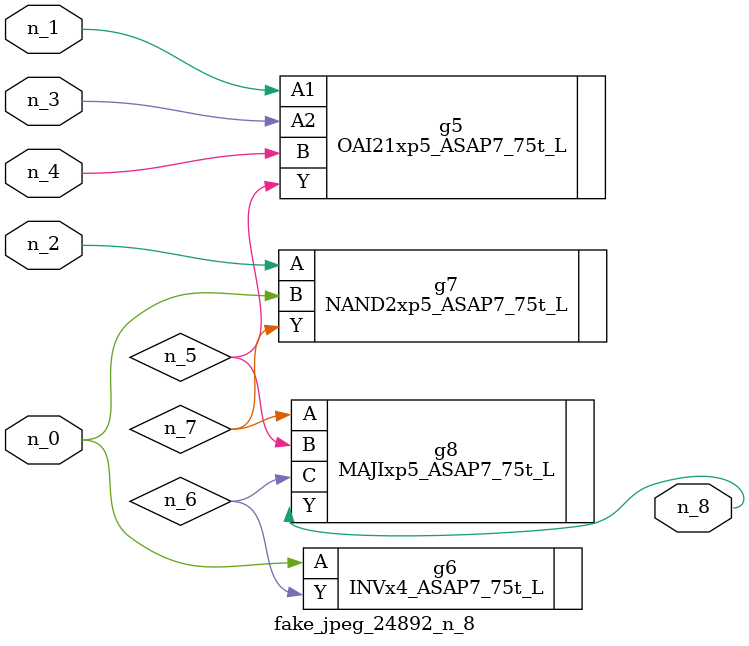
<source format=v>
module fake_jpeg_24892_n_8 (n_3, n_2, n_1, n_0, n_4, n_8);

input n_3;
input n_2;
input n_1;
input n_0;
input n_4;

output n_8;

wire n_6;
wire n_5;
wire n_7;

OAI21xp5_ASAP7_75t_L g5 ( 
.A1(n_1),
.A2(n_3),
.B(n_4),
.Y(n_5)
);

INVx4_ASAP7_75t_L g6 ( 
.A(n_0),
.Y(n_6)
);

NAND2xp5_ASAP7_75t_L g7 ( 
.A(n_2),
.B(n_0),
.Y(n_7)
);

MAJIxp5_ASAP7_75t_L g8 ( 
.A(n_7),
.B(n_5),
.C(n_6),
.Y(n_8)
);


endmodule
</source>
